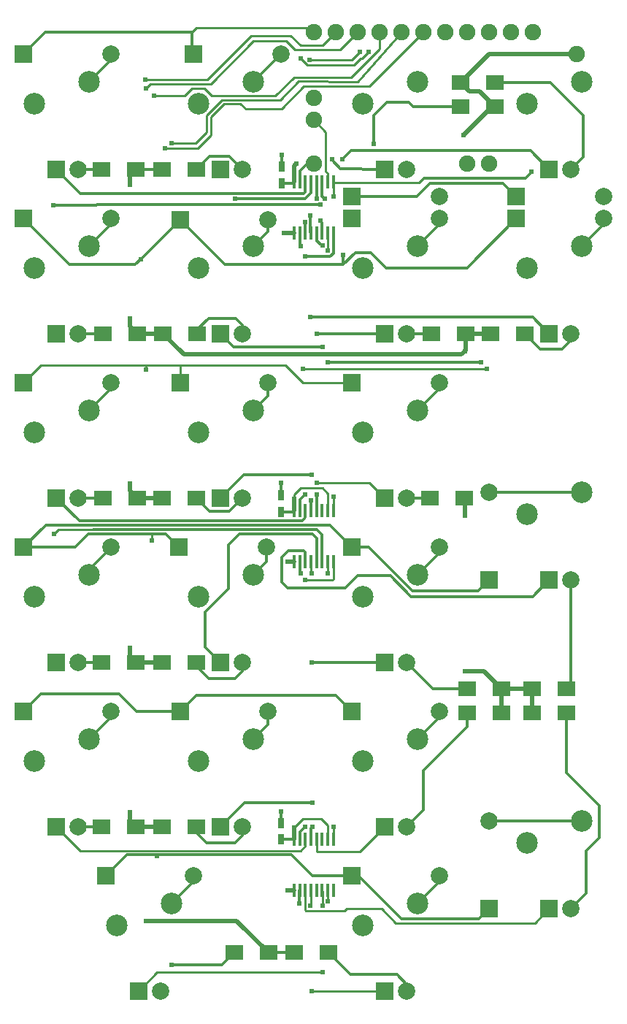
<source format=gbl>
G04 #@! TF.FileFunction,Copper,L2,Bot,Signal*
%FSLAX46Y46*%
G04 Gerber Fmt 4.6, Leading zero omitted, Abs format (unit mm)*
G04 Created by KiCad (PCBNEW 4.0.2-stable) date Tuesday, March 29, 2016 'PMt' 06:01:04 PM*
%MOMM*%
G01*
G04 APERTURE LIST*
%ADD10C,0.100000*%
%ADD11R,0.450000X1.500000*%
%ADD12C,1.998980*%
%ADD13R,1.998980X1.998980*%
%ADD14C,2.000000*%
%ADD15R,2.000000X2.000000*%
%ADD16C,2.500000*%
%ADD17R,2.000000X1.700000*%
%ADD18C,1.900000*%
%ADD19R,0.750000X1.200000*%
%ADD20C,0.609600*%
%ADD21C,0.304800*%
%ADD22C,0.254000*%
%ADD23C,0.508000*%
G04 APERTURE END LIST*
D10*
D11*
X85620000Y-115140000D03*
X86270000Y-115140000D03*
X86920000Y-115140000D03*
X87570000Y-115140000D03*
X88220000Y-115140000D03*
X88870000Y-115140000D03*
X89520000Y-115140000D03*
X90170000Y-115140000D03*
X90170000Y-121040000D03*
X89520000Y-121040000D03*
X88870000Y-121040000D03*
X88220000Y-121040000D03*
X87570000Y-121040000D03*
X86920000Y-121040000D03*
X86270000Y-121040000D03*
X85620000Y-121040000D03*
X85620000Y-38940000D03*
X86270000Y-38940000D03*
X86920000Y-38940000D03*
X87570000Y-38940000D03*
X88220000Y-38940000D03*
X88870000Y-38940000D03*
X89520000Y-38940000D03*
X90170000Y-38940000D03*
X90170000Y-44840000D03*
X89520000Y-44840000D03*
X88870000Y-44840000D03*
X88220000Y-44840000D03*
X87570000Y-44840000D03*
X86920000Y-44840000D03*
X86270000Y-44840000D03*
X85620000Y-44840000D03*
D12*
X64400000Y-24107460D03*
D13*
X54240000Y-24107460D03*
D12*
X84085000Y-24107460D03*
D13*
X73925000Y-24107460D03*
D12*
X102500000Y-40617460D03*
D13*
X92340000Y-40617460D03*
D12*
X121550000Y-40617460D03*
D13*
X111390000Y-40617460D03*
D12*
X64400000Y-43157460D03*
D13*
X54240000Y-43157460D03*
D12*
X82561000Y-43284460D03*
D13*
X72401000Y-43284460D03*
D12*
X102500000Y-43157460D03*
D13*
X92340000Y-43157460D03*
D12*
X121550000Y-43157460D03*
D13*
X111390000Y-43157460D03*
D12*
X64400000Y-62207460D03*
D13*
X54240000Y-62207460D03*
D12*
X82561000Y-62207460D03*
D13*
X72401000Y-62207460D03*
D12*
X102500000Y-62207460D03*
D13*
X92340000Y-62207460D03*
D12*
X64400000Y-81257460D03*
D13*
X54240000Y-81257460D03*
D12*
X82434000Y-81257460D03*
D13*
X72274000Y-81257460D03*
D12*
X102500000Y-81257460D03*
D13*
X92340000Y-81257460D03*
D12*
X108212460Y-74910000D03*
D13*
X108212460Y-85070000D03*
D12*
X64400000Y-100307460D03*
D13*
X54240000Y-100307460D03*
D12*
X82561000Y-100307460D03*
D13*
X72401000Y-100307460D03*
D12*
X102500000Y-100307460D03*
D13*
X92340000Y-100307460D03*
D12*
X73925000Y-119357460D03*
D13*
X63765000Y-119357460D03*
D12*
X102500000Y-119357460D03*
D13*
X92340000Y-119357460D03*
D12*
X108212460Y-113010000D03*
D13*
X108212460Y-123170000D03*
D14*
X117740000Y-123170000D03*
D15*
X115200000Y-123170000D03*
D16*
X119010000Y-113010000D03*
X112660000Y-115550000D03*
D14*
X117740000Y-85070000D03*
D15*
X115200000Y-85070000D03*
D16*
X119010000Y-74910000D03*
X112660000Y-77450000D03*
D14*
X98690000Y-113645000D03*
D15*
X96150000Y-113645000D03*
D16*
X99960000Y-103485000D03*
X93610000Y-106025000D03*
D14*
X98690000Y-132695000D03*
D15*
X96150000Y-132695000D03*
D16*
X99960000Y-122535000D03*
X93610000Y-125075000D03*
D14*
X79640000Y-113645000D03*
D15*
X77100000Y-113645000D03*
D16*
X80910000Y-103485000D03*
X74560000Y-106025000D03*
D14*
X60590000Y-113645000D03*
D15*
X58050000Y-113645000D03*
D16*
X61860000Y-103485000D03*
X55510000Y-106025000D03*
D14*
X98690000Y-94595000D03*
D15*
X96150000Y-94595000D03*
D16*
X99960000Y-84435000D03*
X93610000Y-86975000D03*
D14*
X79640000Y-94595000D03*
D15*
X77100000Y-94595000D03*
D16*
X80910000Y-84435000D03*
X74560000Y-86975000D03*
D14*
X60590000Y-94595000D03*
D15*
X58050000Y-94595000D03*
D16*
X61860000Y-84435000D03*
X55510000Y-86975000D03*
D14*
X98690000Y-75545000D03*
D15*
X96150000Y-75545000D03*
D16*
X99960000Y-65385000D03*
X93610000Y-67925000D03*
D14*
X79640000Y-75545000D03*
D15*
X77100000Y-75545000D03*
D16*
X80910000Y-65385000D03*
X74560000Y-67925000D03*
D14*
X60590000Y-75545000D03*
D15*
X58050000Y-75545000D03*
D16*
X61860000Y-65385000D03*
X55510000Y-67925000D03*
D14*
X117740000Y-56495000D03*
D15*
X115200000Y-56495000D03*
D16*
X119010000Y-46335000D03*
X112660000Y-48875000D03*
D14*
X98690000Y-56495000D03*
D15*
X96150000Y-56495000D03*
D16*
X99960000Y-46335000D03*
X93610000Y-48875000D03*
D14*
X60590000Y-56495000D03*
D15*
X58050000Y-56495000D03*
D16*
X61860000Y-46335000D03*
X55510000Y-48875000D03*
D14*
X117740000Y-37445000D03*
D15*
X115200000Y-37445000D03*
D16*
X119010000Y-27285000D03*
X112660000Y-29825000D03*
D14*
X98690000Y-37445000D03*
D15*
X96150000Y-37445000D03*
D16*
X99960000Y-27285000D03*
X93610000Y-29825000D03*
D14*
X79640000Y-37445000D03*
D15*
X77100000Y-37445000D03*
D16*
X80910000Y-27285000D03*
X74560000Y-29825000D03*
D14*
X60590000Y-37445000D03*
D15*
X58050000Y-37445000D03*
D16*
X61860000Y-27285000D03*
X55510000Y-29825000D03*
D14*
X79640000Y-56495000D03*
D15*
X77100000Y-56495000D03*
D16*
X80910000Y-46335000D03*
X74560000Y-48875000D03*
D14*
X70115000Y-132695000D03*
D15*
X67575000Y-132695000D03*
D16*
X71385000Y-122535000D03*
X65035000Y-125075000D03*
D17*
X67289000Y-37445000D03*
X63289000Y-37445000D03*
X70274000Y-37445000D03*
X74274000Y-37445000D03*
X108945000Y-30206000D03*
X104945000Y-30206000D03*
X104945000Y-27412000D03*
X108945000Y-27412000D03*
X67416000Y-56495000D03*
X63416000Y-56495000D03*
X70401000Y-56495000D03*
X74401000Y-56495000D03*
X105516000Y-56495000D03*
X101516000Y-56495000D03*
X108374000Y-56495000D03*
X112374000Y-56495000D03*
X67416000Y-75545000D03*
X63416000Y-75545000D03*
X70274000Y-75545000D03*
X74274000Y-75545000D03*
X105389000Y-75545000D03*
X101389000Y-75545000D03*
X67289000Y-94595000D03*
X63289000Y-94595000D03*
X70274000Y-94595000D03*
X74274000Y-94595000D03*
X109707000Y-97643000D03*
X105707000Y-97643000D03*
X113200000Y-97643000D03*
X117200000Y-97643000D03*
X67289000Y-113645000D03*
X63289000Y-113645000D03*
X70274000Y-113645000D03*
X74274000Y-113645000D03*
X109707000Y-100437000D03*
X105707000Y-100437000D03*
X82656000Y-128250000D03*
X78656000Y-128250000D03*
X85641000Y-128250000D03*
X89641000Y-128250000D03*
X113200000Y-100437000D03*
X117200000Y-100437000D03*
D11*
X85620000Y-77040000D03*
X86270000Y-77040000D03*
X86920000Y-77040000D03*
X87570000Y-77040000D03*
X88220000Y-77040000D03*
X88870000Y-77040000D03*
X89520000Y-77040000D03*
X90170000Y-77040000D03*
X90170000Y-82940000D03*
X89520000Y-82940000D03*
X88870000Y-82940000D03*
X88220000Y-82940000D03*
X87570000Y-82940000D03*
X86920000Y-82940000D03*
X86270000Y-82940000D03*
X85620000Y-82940000D03*
D18*
X105675000Y-36810000D03*
X118375000Y-24110000D03*
X87895000Y-29190000D03*
X87895000Y-31730000D03*
X108215000Y-36810000D03*
X87895000Y-36810000D03*
X87895000Y-21570000D03*
X90435000Y-21570000D03*
X92975000Y-21570000D03*
X95515000Y-21570000D03*
X98055000Y-21570000D03*
X100595000Y-21570000D03*
X103135000Y-21570000D03*
X105675000Y-21570000D03*
X108215000Y-21570000D03*
X110755000Y-21570000D03*
X113295000Y-21570000D03*
D19*
X84212000Y-39030000D03*
X84212000Y-37130000D03*
X84085000Y-77130000D03*
X84085000Y-75230000D03*
X84085000Y-115103000D03*
X84085000Y-113203000D03*
D20*
X91324000Y-47351000D03*
X68337000Y-27031000D03*
X67829000Y-47859000D03*
X69099000Y-80498000D03*
X69353000Y-28936000D03*
X71385000Y-34397000D03*
X69734000Y-117074000D03*
X70623000Y-35032000D03*
X87387000Y-24745000D03*
X93229000Y-23856000D03*
X86371000Y-24618000D03*
X94245000Y-23856000D03*
X78751000Y-40874000D03*
X94880000Y-34524000D03*
X89990500Y-36302000D03*
X88276000Y-40810500D03*
X91197000Y-36302000D03*
X89165000Y-40874000D03*
X105294000Y-33508000D03*
X68464000Y-124567000D03*
X105421000Y-58527000D03*
X105421000Y-77577000D03*
X105421000Y-95611000D03*
X66559000Y-111994000D03*
X66559000Y-92944000D03*
X66559000Y-73894000D03*
X66559000Y-54717000D03*
X66559000Y-39223000D03*
X113168000Y-37699000D03*
X90181000Y-113645000D03*
X90181000Y-75418000D03*
X90181000Y-40620000D03*
X84466000Y-44811000D03*
X84085000Y-111867000D03*
X84085000Y-73767000D03*
X84212000Y-35794000D03*
X84847000Y-121011000D03*
X84847000Y-82911000D03*
X68464000Y-28047000D03*
X68464000Y-60686000D03*
X88657000Y-41509000D03*
X88657000Y-43414000D03*
X57669000Y-41636000D03*
X88911000Y-58019000D03*
X88911000Y-46271500D03*
X87514000Y-42779000D03*
X88276000Y-56495000D03*
X86879000Y-43541000D03*
X87514000Y-54590000D03*
X87641000Y-72878000D03*
X87570000Y-75855000D03*
X88212500Y-75100500D03*
X88276000Y-73767000D03*
X57796000Y-79736000D03*
X87641000Y-94595000D03*
X87641000Y-84308000D03*
X87768000Y-110851000D03*
X87775412Y-113653401D03*
X88911000Y-122789000D03*
X88911000Y-130536000D03*
X71385000Y-129647000D03*
X87514000Y-122789000D03*
X87641000Y-132695000D03*
X89546000Y-59797000D03*
X107326000Y-59797000D03*
X89546000Y-122281000D03*
X89546000Y-46843000D03*
X89546000Y-84308000D03*
X86625000Y-60559000D03*
X107961000Y-60559000D03*
X86244000Y-122535000D03*
X86371000Y-46335000D03*
X86371000Y-84308000D03*
X85863000Y-36810000D03*
X85609000Y-113772000D03*
X85609000Y-75672000D03*
X86879000Y-75164000D03*
X86879000Y-47541500D03*
X86879000Y-85070000D03*
X86879000Y-113645000D03*
D21*
X61860000Y-27285000D02*
X64400000Y-24745000D01*
X64400000Y-24745000D02*
X64400000Y-24107460D01*
D22*
X73798000Y-21570000D02*
X74306000Y-21062000D01*
X74306000Y-21062000D02*
X87387000Y-21062000D01*
X87387000Y-21062000D02*
X87895000Y-21570000D01*
D21*
X92340000Y-40617460D02*
X99835540Y-40617460D01*
X109868540Y-39096000D02*
X111390000Y-40617460D01*
X101357000Y-39096000D02*
X109868540Y-39096000D01*
X99835540Y-40617460D02*
X101357000Y-39096000D01*
X73798000Y-21570000D02*
X73798000Y-23980460D01*
X73798000Y-23980460D02*
X73925000Y-24107460D01*
X73798000Y-21570000D02*
X56777460Y-21570000D01*
X56777460Y-21570000D02*
X54240000Y-24107460D01*
X80910000Y-27285000D02*
X84085000Y-24110000D01*
X84085000Y-24110000D02*
X84085000Y-24107460D01*
X61860000Y-46335000D02*
X64400000Y-43795000D01*
X64400000Y-43795000D02*
X64400000Y-43157460D01*
X91324000Y-48494000D02*
X91324000Y-47351000D01*
X90054000Y-48494000D02*
X91324000Y-48494000D01*
X90054000Y-48494000D02*
X77610540Y-48494000D01*
X72401000Y-43284460D02*
X77610540Y-48494000D01*
X96277000Y-48875000D02*
X98057540Y-48875000D01*
X94499000Y-47097000D02*
X96277000Y-48875000D01*
X92721000Y-47097000D02*
X94499000Y-47097000D01*
X91324000Y-48494000D02*
X92721000Y-47097000D01*
D22*
X86371000Y-23094000D02*
X85228000Y-21951000D01*
X88911000Y-23094000D02*
X86371000Y-23094000D01*
X80148000Y-22459000D02*
X75576000Y-27031000D01*
X75576000Y-27031000D02*
X68337000Y-27031000D01*
X67829000Y-47856460D02*
X67829000Y-47859000D01*
X88911000Y-23094000D02*
X90435000Y-21570000D01*
X80605198Y-22001802D02*
X80148000Y-22459000D01*
X85228000Y-21951000D02*
X80605198Y-22001802D01*
D21*
X111390000Y-43157460D02*
X105672460Y-48875000D01*
X105672460Y-48875000D02*
X98057540Y-48875000D01*
X54240000Y-43157460D02*
X59576540Y-48494000D01*
X67191460Y-48494000D02*
X67829000Y-47856460D01*
X67829000Y-47856460D02*
X72401000Y-43284460D01*
X59576540Y-48494000D02*
X67191460Y-48494000D01*
X80910000Y-46335000D02*
X82561000Y-44684000D01*
X82561000Y-44684000D02*
X82561000Y-43284460D01*
X99960000Y-46335000D02*
X102500000Y-43795000D01*
X102500000Y-43795000D02*
X102500000Y-43157460D01*
X119010000Y-46335000D02*
X121550000Y-43795000D01*
X121550000Y-43795000D02*
X121550000Y-43157460D01*
X61860000Y-65385000D02*
X64400000Y-62845000D01*
X64400000Y-62845000D02*
X64400000Y-62207460D01*
X80910000Y-65385000D02*
X82561000Y-63734000D01*
X82561000Y-63734000D02*
X82561000Y-62207460D01*
X99960000Y-65385000D02*
X102500000Y-62845000D01*
X102500000Y-62845000D02*
X102500000Y-62207460D01*
D22*
X61860000Y-84435000D02*
X61860000Y-83797460D01*
X61860000Y-83797460D02*
X64400000Y-81257460D01*
X75195000Y-28047000D02*
X73798000Y-28047000D01*
X95515000Y-23475000D02*
X92213000Y-26777000D01*
X92213000Y-26777000D02*
X85609000Y-26777000D01*
X85609000Y-26777000D02*
X83450000Y-28936000D01*
X83450000Y-28936000D02*
X76084000Y-28936000D01*
X76084000Y-28936000D02*
X75195000Y-28047000D01*
X95515000Y-21570000D02*
X95515000Y-23475000D01*
X69099000Y-80498000D02*
X69099000Y-79736000D01*
X72909000Y-28936000D02*
X69353000Y-28936000D01*
X73798000Y-28047000D02*
X72909000Y-28936000D01*
D21*
X54240000Y-81257460D02*
X60211540Y-81257460D01*
X70752540Y-79736000D02*
X72274000Y-81257460D01*
X61733000Y-79736000D02*
X68464000Y-79736000D01*
X68464000Y-79736000D02*
X69099000Y-79736000D01*
X69099000Y-79736000D02*
X70752540Y-79736000D01*
X60211540Y-81257460D02*
X61733000Y-79736000D01*
X92340000Y-81257460D02*
X89751742Y-78669202D01*
X56828258Y-78669202D02*
X54240000Y-81257460D01*
X89751742Y-78669202D02*
X56828258Y-78669202D01*
X108212460Y-85070000D02*
X106942460Y-86340000D01*
X94242460Y-81257460D02*
X92340000Y-81257460D01*
X99325000Y-86340000D02*
X94242460Y-81257460D01*
X106942460Y-86340000D02*
X99325000Y-86340000D01*
X80910000Y-84435000D02*
X82434000Y-82911000D01*
X82434000Y-82911000D02*
X82434000Y-81257460D01*
X99960000Y-84435000D02*
X102500000Y-81895000D01*
X102500000Y-81895000D02*
X102500000Y-81257460D01*
X119010000Y-74910000D02*
X108212460Y-74910000D01*
D22*
X98055000Y-21570000D02*
X92975000Y-27285000D01*
X74179000Y-34397000D02*
X71385000Y-34397000D01*
X75449000Y-33127000D02*
X74179000Y-34397000D01*
X75449000Y-31222000D02*
X75449000Y-33127000D01*
X77252402Y-29418598D02*
X75449000Y-31222000D01*
X83983402Y-29418598D02*
X77252402Y-29418598D01*
X86142402Y-27259598D02*
X83983402Y-29418598D01*
X92975000Y-27285000D02*
X86142402Y-27259598D01*
D21*
X92340000Y-100307460D02*
X90437540Y-98405000D01*
X74303460Y-98405000D02*
X72401000Y-100307460D01*
X90437540Y-98405000D02*
X74303460Y-98405000D01*
X72401000Y-100307460D02*
X67318460Y-100307460D01*
X67318460Y-100307460D02*
X65289000Y-98278000D01*
X65289000Y-98278000D02*
X56269460Y-98278000D01*
X56269460Y-98278000D02*
X54240000Y-100307460D01*
X61860000Y-103485000D02*
X64400000Y-100945000D01*
X64400000Y-100945000D02*
X64400000Y-100307460D01*
X80910000Y-103485000D02*
X82561000Y-101834000D01*
X82561000Y-101834000D02*
X82561000Y-100307460D01*
X99960000Y-103485000D02*
X102500000Y-100945000D01*
X102500000Y-100945000D02*
X102500000Y-100307460D01*
D22*
X69607000Y-116947000D02*
X69607000Y-116870802D01*
X69683198Y-116870802D02*
X69607000Y-116947000D01*
X69734000Y-116870802D02*
X69683198Y-116870802D01*
X69734000Y-117074000D02*
X69734000Y-116870802D01*
X100595000Y-21570000D02*
X94372000Y-27793000D01*
X74433000Y-35032000D02*
X70623000Y-35032000D01*
X75957000Y-33508000D02*
X74433000Y-35032000D01*
X75957000Y-31349000D02*
X75957000Y-33508000D01*
X77481000Y-29825000D02*
X75957000Y-31349000D01*
X79386000Y-29825000D02*
X77481000Y-29825000D01*
X80021000Y-30460000D02*
X79386000Y-29825000D01*
X84212000Y-30460000D02*
X80021000Y-30460000D01*
X86752000Y-27793000D02*
X84212000Y-30460000D01*
X94372000Y-27793000D02*
X86752000Y-27793000D01*
D21*
X63765000Y-119357460D02*
X66251658Y-116870802D01*
X66251658Y-116870802D02*
X69607000Y-116870802D01*
X87765460Y-119357460D02*
X93099460Y-119357460D01*
X69607000Y-116870802D02*
X82738802Y-116870802D01*
X82738802Y-116870802D02*
X85278802Y-116870802D01*
X85278802Y-116870802D02*
X87765460Y-119357460D01*
X93099460Y-119357460D02*
X98055000Y-124313000D01*
X98055000Y-124313000D02*
X107069460Y-124313000D01*
X107069460Y-124313000D02*
X108212460Y-123170000D01*
X71385000Y-122535000D02*
X73925000Y-119995000D01*
X73925000Y-119995000D02*
X73925000Y-119357460D01*
D22*
X92340000Y-24745000D02*
X87387000Y-24745000D01*
X93229000Y-23856000D02*
X92340000Y-24745000D01*
X93356000Y-24618000D02*
X92594000Y-25380000D01*
X87133000Y-25380000D02*
X86371000Y-24618000D01*
X92594000Y-25380000D02*
X87133000Y-25380000D01*
X93483000Y-24618000D02*
X93356000Y-24618000D01*
X94245000Y-23856000D02*
X93483000Y-24618000D01*
D21*
X99960000Y-122535000D02*
X102500000Y-119995000D01*
X102500000Y-119995000D02*
X102500000Y-119357460D01*
X119010000Y-113010000D02*
X108212460Y-113010000D01*
X63289000Y-37445000D02*
X60590000Y-37445000D01*
X86920000Y-38940000D02*
X86920000Y-40071000D01*
X60844000Y-40239000D02*
X58050000Y-37445000D01*
X86752000Y-40239000D02*
X60844000Y-40239000D01*
X86920000Y-40071000D02*
X86752000Y-40239000D01*
X73512000Y-37318000D02*
X74433000Y-37318000D01*
X74433000Y-37318000D02*
X75830000Y-35921000D01*
X75830000Y-35921000D02*
X78116000Y-35921000D01*
X78116000Y-35921000D02*
X79640000Y-37445000D01*
X87570000Y-38940000D02*
X87570000Y-40183000D01*
X86879000Y-40874000D02*
X78751000Y-40874000D01*
X87570000Y-40183000D02*
X86879000Y-40874000D01*
X104945000Y-30206000D02*
X99452000Y-30206000D01*
X99452000Y-30206000D02*
X98944000Y-29698000D01*
X98944000Y-29698000D02*
X96404000Y-29698000D01*
X96404000Y-29698000D02*
X94880000Y-31222000D01*
X94880000Y-31222000D02*
X94880000Y-34524000D01*
X88220000Y-38940000D02*
X88220000Y-40754500D01*
X90117500Y-36429000D02*
X90943000Y-37381500D01*
X89990500Y-36302000D02*
X90117500Y-36429000D01*
X88220000Y-40754500D02*
X88276000Y-40810500D01*
X90943000Y-37381500D02*
X96150000Y-37445000D01*
X108945000Y-27412000D02*
X115327000Y-27412000D01*
X119137000Y-36048000D02*
X117740000Y-37445000D01*
X119137000Y-31222000D02*
X119137000Y-36048000D01*
X115327000Y-27412000D02*
X119137000Y-31222000D01*
X88870000Y-38940000D02*
X88870000Y-40071000D01*
X113041000Y-35286000D02*
X115200000Y-37445000D01*
X92213000Y-35286000D02*
X113041000Y-35286000D01*
X91197000Y-36302000D02*
X92213000Y-35286000D01*
X88870000Y-40579000D02*
X89165000Y-40874000D01*
X88870000Y-40071000D02*
X88870000Y-40579000D01*
D23*
X105294000Y-33508000D02*
X108596000Y-30206000D01*
X108596000Y-30206000D02*
X108945000Y-30206000D01*
X104945000Y-27412000D02*
X108247000Y-24110000D01*
X108247000Y-24110000D02*
X118375000Y-24110000D01*
X70401000Y-56495000D02*
X72814000Y-58908000D01*
X105040000Y-58908000D02*
X105421000Y-58527000D01*
X72814000Y-58908000D02*
X105040000Y-58908000D01*
X78973000Y-124567000D02*
X82656000Y-128250000D01*
X68464000Y-124567000D02*
X78973000Y-124567000D01*
X105516000Y-58432000D02*
X105516000Y-56495000D01*
X105421000Y-58527000D02*
X105516000Y-58432000D01*
X109707000Y-97643000D02*
X107675000Y-95611000D01*
X105421000Y-77577000D02*
X105421000Y-75577000D01*
X107675000Y-95611000D02*
X105421000Y-95611000D01*
X105421000Y-75577000D02*
X105389000Y-75545000D01*
X104945000Y-27412000D02*
X105961000Y-28428000D01*
X107167000Y-28428000D02*
X108945000Y-30206000D01*
X105961000Y-28428000D02*
X107167000Y-28428000D01*
X109707000Y-97643000D02*
X109707000Y-100437000D01*
X109707000Y-97643000D02*
X113200000Y-97643000D01*
X113200000Y-97643000D02*
X113200000Y-100437000D01*
X67289000Y-113645000D02*
X70274000Y-113645000D01*
X66559000Y-111994000D02*
X66559000Y-112915000D01*
X66559000Y-112915000D02*
X67289000Y-113645000D01*
X66559000Y-92944000D02*
X66559000Y-93865000D01*
X66559000Y-93865000D02*
X67289000Y-94595000D01*
X66559000Y-74688000D02*
X67416000Y-75545000D01*
X66559000Y-73894000D02*
X66559000Y-74688000D01*
X67289000Y-37445000D02*
X66559000Y-38175000D01*
X66559000Y-38175000D02*
X66559000Y-39223000D01*
X66559000Y-55638000D02*
X67416000Y-56495000D01*
X66559000Y-54717000D02*
X66559000Y-55638000D01*
X67289000Y-94595000D02*
X70274000Y-94595000D01*
D21*
X82656000Y-128250000D02*
X85641000Y-128250000D01*
D23*
X67416000Y-75545000D02*
X70274000Y-75545000D01*
X105516000Y-56495000D02*
X108374000Y-56495000D01*
X67416000Y-56495000D02*
X70401000Y-56495000D01*
D21*
X67289000Y-37445000D02*
X70274000Y-37445000D01*
X100214000Y-38969000D02*
X100722000Y-38461000D01*
X100722000Y-38461000D02*
X112406000Y-38461000D01*
D22*
X90170000Y-38940000D02*
X90199000Y-38969000D01*
X90199000Y-38969000D02*
X100214000Y-38969000D01*
X112406000Y-38461000D02*
X113168000Y-37699000D01*
X90170000Y-113656000D02*
X90170000Y-115140000D01*
X90181000Y-113645000D02*
X90170000Y-113656000D01*
X90170000Y-38940000D02*
X90170000Y-40609000D01*
X90181000Y-75418000D02*
X90181000Y-77029000D01*
X90170000Y-40609000D02*
X90181000Y-40620000D01*
X90181000Y-77029000D02*
X90170000Y-77040000D01*
D23*
X85620000Y-44840000D02*
X85591000Y-44811000D01*
X85591000Y-44811000D02*
X84466000Y-44811000D01*
D21*
X84085000Y-113203000D02*
X84085000Y-111867000D01*
X84085000Y-75230000D02*
X84085000Y-73767000D01*
X84212000Y-37130000D02*
X84212000Y-35794000D01*
D23*
X84876000Y-121040000D02*
X85620000Y-121040000D01*
X84847000Y-121011000D02*
X84876000Y-121040000D01*
X84847000Y-82911000D02*
X85591000Y-82911000D01*
D22*
X92340000Y-62207460D02*
X86622460Y-62207460D01*
X86622460Y-62207460D02*
X84593000Y-60178000D01*
X68464000Y-60178000D02*
X68464000Y-60686000D01*
X90943000Y-23602000D02*
X85736000Y-23602000D01*
X85736000Y-23602000D02*
X84720000Y-22586000D01*
X84720000Y-22586000D02*
X80910000Y-22586000D01*
X80910000Y-22586000D02*
X75957000Y-27539000D01*
X75957000Y-27539000D02*
X68972000Y-27539000D01*
X68972000Y-27539000D02*
X68464000Y-28047000D01*
X90943000Y-23602000D02*
X92975000Y-21570000D01*
X72401000Y-60178000D02*
X84593000Y-60178000D01*
X68972000Y-60178000D02*
X72401000Y-60178000D01*
X72401000Y-60178000D02*
X72401000Y-62207460D01*
X54240000Y-62207460D02*
X56269460Y-60178000D01*
X56269460Y-60178000D02*
X68464000Y-60178000D01*
X68464000Y-60178000D02*
X68972000Y-60178000D01*
D21*
X60590000Y-56495000D02*
X63416000Y-56495000D01*
X88870000Y-43881000D02*
X88870000Y-43627000D01*
X88657000Y-41509000D02*
X86498000Y-41509000D01*
X88870000Y-43627000D02*
X88657000Y-43414000D01*
X62685500Y-41572500D02*
X57732500Y-41572500D01*
X86498000Y-41509000D02*
X62749000Y-41509000D01*
X62749000Y-41509000D02*
X62685500Y-41572500D01*
X57732500Y-41572500D02*
X57669000Y-41636000D01*
X88870000Y-44840000D02*
X88870000Y-43881000D01*
X74401000Y-56495000D02*
X74401000Y-56019000D01*
X74401000Y-56019000D02*
X75703000Y-54717000D01*
X75703000Y-54717000D02*
X78878000Y-54717000D01*
X78878000Y-54717000D02*
X79640000Y-55479000D01*
X79640000Y-55479000D02*
X79640000Y-56495000D01*
X77100000Y-56495000D02*
X78624000Y-58019000D01*
X78624000Y-58019000D02*
X88911000Y-58019000D01*
X88276000Y-45763500D02*
X88276000Y-44896000D01*
X88784000Y-46144500D02*
X88276000Y-45763500D01*
X88911000Y-46271500D02*
X88784000Y-46144500D01*
X88276000Y-44896000D02*
X88220000Y-44840000D01*
X101516000Y-56495000D02*
X98690000Y-56495000D01*
X87570000Y-44840000D02*
X87514000Y-44784000D01*
X87514000Y-44784000D02*
X87514000Y-42779000D01*
X88276000Y-56495000D02*
X96150000Y-56495000D01*
X117740000Y-56495000D02*
X117740000Y-57257000D01*
X117740000Y-57257000D02*
X116724000Y-58273000D01*
X116724000Y-58273000D02*
X114152000Y-58273000D01*
X114152000Y-58273000D02*
X112374000Y-56495000D01*
X86920000Y-44840000D02*
X86879000Y-44799000D01*
X86879000Y-44799000D02*
X86879000Y-43541000D01*
X87514000Y-54590000D02*
X113295000Y-54590000D01*
X113295000Y-54590000D02*
X115200000Y-56495000D01*
X63416000Y-75545000D02*
X60590000Y-75545000D01*
X86920000Y-77040000D02*
X86920000Y-77790000D01*
D22*
X86920000Y-77790000D02*
X86498000Y-78212000D01*
D21*
X86498000Y-78212000D02*
X60717000Y-78212000D01*
X60717000Y-78212000D02*
X58050000Y-75545000D01*
X74274000Y-75545000D02*
X74306000Y-75545000D01*
X74306000Y-75545000D02*
X75830000Y-77069000D01*
X75830000Y-77069000D02*
X78116000Y-77069000D01*
X78116000Y-77069000D02*
X79640000Y-75545000D01*
X78878000Y-73767000D02*
X79767000Y-72878000D01*
X79767000Y-72878000D02*
X87641000Y-72878000D01*
X87570000Y-77040000D02*
X87570000Y-75855000D01*
X78878000Y-73767000D02*
X77100000Y-75545000D01*
X98690000Y-75545000D02*
X101389000Y-75545000D01*
D22*
X96150000Y-75545000D02*
X94372000Y-73767000D01*
X88276000Y-73767000D02*
X94372000Y-73767000D01*
D21*
X88220000Y-77040000D02*
X88212500Y-75100500D01*
X95388000Y-74783000D02*
X96150000Y-75545000D01*
X60590000Y-94595000D02*
X63289000Y-94595000D01*
D22*
X57796000Y-79736000D02*
X58304000Y-79228000D01*
D21*
X88870000Y-79822000D02*
X88276000Y-79228000D01*
X88276000Y-79228000D02*
X62368000Y-79228000D01*
X88870000Y-82940000D02*
X88870000Y-79822000D01*
D22*
X58304000Y-79228000D02*
X62368000Y-79228000D01*
D21*
X74274000Y-94595000D02*
X74274000Y-95071000D01*
X74274000Y-95071000D02*
X75703000Y-96500000D01*
X75703000Y-96500000D02*
X78751000Y-96500000D01*
X78751000Y-96500000D02*
X79640000Y-95611000D01*
X79640000Y-95611000D02*
X79640000Y-94595000D01*
X77100000Y-94595000D02*
X75322000Y-92817000D01*
X88220000Y-80188000D02*
X88220000Y-82940000D01*
X87768000Y-79736000D02*
X88220000Y-80188000D01*
X79259000Y-79736000D02*
X87768000Y-79736000D01*
X77989000Y-81006000D02*
X79259000Y-79736000D01*
X77989000Y-86086000D02*
X77989000Y-81006000D01*
X75322000Y-88753000D02*
X77989000Y-86086000D01*
X75322000Y-92817000D02*
X75322000Y-88753000D01*
X105707000Y-97643000D02*
X101738000Y-97643000D01*
X101738000Y-97643000D02*
X98690000Y-94595000D01*
D22*
X87570000Y-82940000D02*
X87570000Y-84237000D01*
D21*
X87641000Y-94595000D02*
X96150000Y-94595000D01*
D22*
X87570000Y-84237000D02*
X87641000Y-84308000D01*
D21*
X117740000Y-85070000D02*
X117740000Y-97103000D01*
X117740000Y-97103000D02*
X117200000Y-97643000D01*
X86920000Y-82940000D02*
X86920000Y-81809000D01*
X113295000Y-86975000D02*
X115200000Y-85070000D01*
X99198000Y-86975000D02*
X113295000Y-86975000D01*
X96785000Y-84562000D02*
X99198000Y-86975000D01*
X92975000Y-84562000D02*
X96785000Y-84562000D01*
X91578000Y-85959000D02*
X92975000Y-84562000D01*
X84847000Y-85959000D02*
X91578000Y-85959000D01*
X84212000Y-85324000D02*
X84847000Y-85959000D01*
X84212000Y-82403000D02*
X84212000Y-85324000D01*
X84974000Y-81641000D02*
X84212000Y-82403000D01*
X86752000Y-81641000D02*
X84974000Y-81641000D01*
X86920000Y-81809000D02*
X86752000Y-81641000D01*
X60590000Y-113645000D02*
X63289000Y-113645000D01*
D22*
X86920000Y-115140000D02*
X86920000Y-115890000D01*
X86920000Y-115890000D02*
X86371000Y-116439000D01*
X86371000Y-116439000D02*
X60844000Y-116439000D01*
X60844000Y-116439000D02*
X58050000Y-113645000D01*
D21*
X74274000Y-113645000D02*
X74274000Y-114375000D01*
X74274000Y-114375000D02*
X75449000Y-115550000D01*
X75449000Y-115550000D02*
X78751000Y-115550000D01*
X78751000Y-115550000D02*
X79640000Y-114661000D01*
X79640000Y-114661000D02*
X79640000Y-113645000D01*
X79132000Y-111613000D02*
X79894000Y-110851000D01*
X79894000Y-110851000D02*
X87768000Y-110851000D01*
X87570000Y-113828000D02*
X87775412Y-113653401D01*
X87570000Y-113828000D02*
X87570000Y-115140000D01*
X77100000Y-113645000D02*
X79132000Y-111613000D01*
X105707000Y-100437000D02*
X105707000Y-102056000D01*
X100595000Y-111740000D02*
X98690000Y-113645000D01*
X100595000Y-107168000D02*
X100595000Y-111740000D01*
X105707000Y-102056000D02*
X100595000Y-107168000D01*
D22*
X88220000Y-115140000D02*
X88220000Y-116510000D01*
X93285000Y-116510000D02*
X96150000Y-113645000D01*
X88220000Y-116510000D02*
X93285000Y-116510000D01*
X67575000Y-132695000D02*
X69734000Y-130536000D01*
X88911000Y-122789000D02*
X88911000Y-121081000D01*
X69734000Y-130536000D02*
X88911000Y-130536000D01*
X88911000Y-121081000D02*
X88870000Y-121040000D01*
D21*
X77259000Y-129647000D02*
X78656000Y-128250000D01*
X71385000Y-129647000D02*
X77259000Y-129647000D01*
X89641000Y-128250000D02*
X92181000Y-130790000D01*
X97547000Y-130790000D02*
X98690000Y-131933000D01*
X92181000Y-130790000D02*
X97547000Y-130790000D01*
X98690000Y-131933000D02*
X98690000Y-132695000D01*
D22*
X96150000Y-132695000D02*
X87641000Y-132695000D01*
X87570000Y-122733000D02*
X87570000Y-121040000D01*
X87514000Y-122789000D02*
X87570000Y-122733000D01*
D21*
X117740000Y-123170000D02*
X119518000Y-121392000D01*
X117200000Y-107390000D02*
X117200000Y-100437000D01*
X121042000Y-111232000D02*
X117200000Y-107390000D01*
X121042000Y-114915000D02*
X121042000Y-111232000D01*
X119518000Y-116439000D02*
X121042000Y-114915000D01*
X119518000Y-121392000D02*
X119518000Y-116439000D01*
D22*
X115200000Y-123170000D02*
X113549000Y-124821000D01*
X86920000Y-123338000D02*
X86920000Y-121040000D01*
X87006000Y-123424000D02*
X86920000Y-123338000D01*
X91451000Y-123424000D02*
X87006000Y-123424000D01*
X91705000Y-123170000D02*
X91451000Y-123424000D01*
X95769000Y-123170000D02*
X91705000Y-123170000D01*
X97420000Y-124821000D02*
X95769000Y-123170000D01*
X113549000Y-124821000D02*
X97420000Y-124821000D01*
D21*
X107326000Y-59797000D02*
X89546000Y-59797000D01*
D22*
X89520000Y-122255000D02*
X89520000Y-121040000D01*
X89546000Y-122281000D02*
X89520000Y-122255000D01*
X89520000Y-44840000D02*
X89546000Y-44866000D01*
X89546000Y-44866000D02*
X89546000Y-46843000D01*
X89546000Y-84308000D02*
X89546000Y-82966000D01*
X89546000Y-82966000D02*
X89520000Y-82940000D01*
X89546000Y-82966000D02*
X89520000Y-82940000D01*
X88403000Y-60559000D02*
X86625000Y-60559000D01*
X107961000Y-60559000D02*
X88403000Y-60559000D01*
X88403000Y-60559000D02*
X88530000Y-60559000D01*
D21*
X86244000Y-122535000D02*
X86244000Y-121066000D01*
X86244000Y-121066000D02*
X86270000Y-121040000D01*
X86270000Y-44840000D02*
X86270000Y-46234000D01*
X86270000Y-46234000D02*
X86371000Y-46335000D01*
X86270000Y-84207000D02*
X86270000Y-82940000D01*
X86371000Y-84308000D02*
X86270000Y-84207000D01*
X86270000Y-38940000D02*
X86270000Y-37673000D01*
X86270000Y-37673000D02*
X87133000Y-36810000D01*
X87133000Y-36810000D02*
X87895000Y-36810000D01*
D23*
X85620000Y-38940000D02*
X85620000Y-37053000D01*
X85620000Y-37053000D02*
X85863000Y-36810000D01*
D22*
X89520000Y-77040000D02*
X89546000Y-77014000D01*
X89546000Y-77014000D02*
X89546000Y-75037000D01*
X89546000Y-75037000D02*
X88911000Y-74402000D01*
X88911000Y-74402000D02*
X86371000Y-74402000D01*
X86371000Y-74402000D02*
X85609000Y-75164000D01*
X85609000Y-75164000D02*
X85609000Y-75672000D01*
X89520000Y-115140000D02*
X89520000Y-113492000D01*
X86625000Y-112756000D02*
X85609000Y-113772000D01*
X88784000Y-112756000D02*
X86625000Y-112756000D01*
X89520000Y-113492000D02*
X88784000Y-112756000D01*
D21*
X84085000Y-115103000D02*
X85583000Y-115103000D01*
X85583000Y-115103000D02*
X85620000Y-115140000D01*
X84085000Y-77130000D02*
X85530000Y-77130000D01*
X85530000Y-77130000D02*
X85620000Y-77040000D01*
X84212000Y-39030000D02*
X85530000Y-39030000D01*
X85530000Y-39030000D02*
X85620000Y-38940000D01*
D22*
X89520000Y-38940000D02*
X89520000Y-37927000D01*
X89292000Y-33127000D02*
X87895000Y-31730000D01*
X89292000Y-37699000D02*
X89292000Y-33127000D01*
X89520000Y-37927000D02*
X89292000Y-37699000D01*
D23*
X85620000Y-113783000D02*
X85620000Y-115140000D01*
X85609000Y-113772000D02*
X85620000Y-113783000D01*
X85620000Y-75683000D02*
X85620000Y-77040000D01*
X85609000Y-75672000D02*
X85620000Y-75683000D01*
D21*
X90170000Y-44840000D02*
X90181000Y-47160500D01*
X86270000Y-75773000D02*
X86270000Y-76532000D01*
X86879000Y-75164000D02*
X86270000Y-75773000D01*
X89736500Y-47541500D02*
X86879000Y-47541500D01*
X90181000Y-47160500D02*
X89736500Y-47541500D01*
X86270000Y-115140000D02*
X86270000Y-114254000D01*
D22*
X90170000Y-84954000D02*
X90170000Y-82940000D01*
X90054000Y-85070000D02*
X90170000Y-84954000D01*
X86879000Y-85070000D02*
X90054000Y-85070000D01*
D21*
X86270000Y-114254000D02*
X86879000Y-113645000D01*
M02*

</source>
